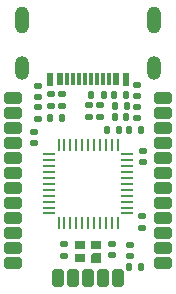
<source format=gbr>
%TF.GenerationSoftware,KiCad,Pcbnew,(6.0.8)*%
%TF.CreationDate,2022-11-05T21:02:43+01:00*%
%TF.ProjectId,epi,6570692e-6b69-4636-9164-5f7063625858,1_1*%
%TF.SameCoordinates,Original*%
%TF.FileFunction,Soldermask,Top*%
%TF.FilePolarity,Negative*%
%FSLAX46Y46*%
G04 Gerber Fmt 4.6, Leading zero omitted, Abs format (unit mm)*
G04 Created by KiCad (PCBNEW (6.0.8)) date 2022-11-05 21:02:43*
%MOMM*%
%LPD*%
G01*
G04 APERTURE LIST*
G04 Aperture macros list*
%AMRoundRect*
0 Rectangle with rounded corners*
0 $1 Rounding radius*
0 $2 $3 $4 $5 $6 $7 $8 $9 X,Y pos of 4 corners*
0 Add a 4 corners polygon primitive as box body*
4,1,4,$2,$3,$4,$5,$6,$7,$8,$9,$2,$3,0*
0 Add four circle primitives for the rounded corners*
1,1,$1+$1,$2,$3*
1,1,$1+$1,$4,$5*
1,1,$1+$1,$6,$7*
1,1,$1+$1,$8,$9*
0 Add four rect primitives between the rounded corners*
20,1,$1+$1,$2,$3,$4,$5,0*
20,1,$1+$1,$4,$5,$6,$7,0*
20,1,$1+$1,$6,$7,$8,$9,0*
20,1,$1+$1,$8,$9,$2,$3,0*%
%AMOutline5P*
0 Free polygon, 5 corners , with rotation*
0 The origin of the aperture is its center*
0 number of corners: always 5*
0 $1 to $10 corner X, Y*
0 $11 Rotation angle, in degrees counterclockwise*
0 create outline with 5 corners*
4,1,5,$1,$2,$3,$4,$5,$6,$7,$8,$9,$10,$1,$2,$11*%
%AMOutline6P*
0 Free polygon, 6 corners , with rotation*
0 The origin of the aperture is its center*
0 number of corners: always 6*
0 $1 to $12 corner X, Y*
0 $13 Rotation angle, in degrees counterclockwise*
0 create outline with 6 corners*
4,1,6,$1,$2,$3,$4,$5,$6,$7,$8,$9,$10,$11,$12,$1,$2,$13*%
%AMOutline7P*
0 Free polygon, 7 corners , with rotation*
0 The origin of the aperture is its center*
0 number of corners: always 7*
0 $1 to $14 corner X, Y*
0 $15 Rotation angle, in degrees counterclockwise*
0 create outline with 7 corners*
4,1,7,$1,$2,$3,$4,$5,$6,$7,$8,$9,$10,$11,$12,$13,$14,$1,$2,$15*%
%AMOutline8P*
0 Free polygon, 8 corners , with rotation*
0 The origin of the aperture is its center*
0 number of corners: always 8*
0 $1 to $16 corner X, Y*
0 $17 Rotation angle, in degrees counterclockwise*
0 create outline with 8 corners*
4,1,8,$1,$2,$3,$4,$5,$6,$7,$8,$9,$10,$11,$12,$13,$14,$15,$16,$1,$2,$17*%
G04 Aperture macros list end*
%ADD10RoundRect,0.250000X-0.250000X0.500000X-0.250000X-0.500000X0.250000X-0.500000X0.250000X0.500000X0*%
%ADD11RoundRect,0.140000X0.170000X-0.140000X0.170000X0.140000X-0.170000X0.140000X-0.170000X-0.140000X0*%
%ADD12RoundRect,0.135000X-0.185000X0.135000X-0.185000X-0.135000X0.185000X-0.135000X0.185000X0.135000X0*%
%ADD13RoundRect,0.135000X0.135000X0.185000X-0.135000X0.185000X-0.135000X-0.185000X0.135000X-0.185000X0*%
%ADD14RoundRect,0.140000X-0.140000X-0.170000X0.140000X-0.170000X0.140000X0.170000X-0.140000X0.170000X0*%
%ADD15RoundRect,0.062500X-0.475000X0.062500X-0.475000X-0.062500X0.475000X-0.062500X0.475000X0.062500X0*%
%ADD16RoundRect,0.062500X-0.062500X0.475000X-0.062500X-0.475000X0.062500X-0.475000X0.062500X0.475000X0*%
%ADD17RoundRect,0.147500X-0.172500X0.147500X-0.172500X-0.147500X0.172500X-0.147500X0.172500X0.147500X0*%
%ADD18RoundRect,0.135000X0.185000X-0.135000X0.185000X0.135000X-0.185000X0.135000X-0.185000X-0.135000X0*%
%ADD19RoundRect,0.147500X-0.147500X-0.172500X0.147500X-0.172500X0.147500X0.172500X-0.147500X0.172500X0*%
%ADD20RoundRect,0.140000X-0.170000X0.140000X-0.170000X-0.140000X0.170000X-0.140000X0.170000X0.140000X0*%
%ADD21RoundRect,0.250000X-0.500000X-0.250000X0.500000X-0.250000X0.500000X0.250000X-0.500000X0.250000X0*%
%ADD22R,0.900000X0.800000*%
%ADD23Outline5P,-0.450000X0.160000X-0.210000X0.400000X0.450000X0.400000X0.450000X-0.400000X-0.450000X-0.400000X0.000000*%
%ADD24O,1.200000X2.000000*%
%ADD25O,1.200000X2.300000*%
%ADD26R,0.607750X0.300000*%
%ADD27R,0.307750X1.000000*%
%ADD28R,0.615500X1.000000*%
%ADD29RoundRect,0.135000X-0.135000X-0.185000X0.135000X-0.185000X0.135000X0.185000X-0.135000X0.185000X0*%
G04 APERTURE END LIST*
D10*
%TO.C,J3*%
X106880000Y-74160000D03*
X105610000Y-74160000D03*
X104340000Y-74160000D03*
X103070000Y-74160000D03*
X101800000Y-74160000D03*
%TD*%
D11*
%TO.C,C8*%
X99740000Y-61756500D03*
X99740000Y-62716500D03*
%TD*%
D12*
%TO.C,RV1*%
X105340000Y-60546500D03*
X105340000Y-59526500D03*
%TD*%
D13*
%TO.C,R4*%
X104630000Y-58636500D03*
X105650000Y-58636500D03*
%TD*%
D14*
%TO.C,C1*%
X107560000Y-60536500D03*
X106600000Y-60536500D03*
%TD*%
D15*
%TO.C,U1*%
X107677500Y-63686500D03*
X107677500Y-64186500D03*
X107677500Y-64686500D03*
X107677500Y-65186500D03*
X107677500Y-65686500D03*
X107677500Y-66186500D03*
X107677500Y-66686500D03*
X107677500Y-67186500D03*
X107677500Y-67686500D03*
X107677500Y-68186500D03*
X107677500Y-68686500D03*
D16*
X106840000Y-69524000D03*
X106340000Y-69524000D03*
X105840000Y-69524000D03*
X105340000Y-69524000D03*
X104840000Y-69524000D03*
X104340000Y-69524000D03*
X103840000Y-69524000D03*
X103340000Y-69524000D03*
X102840000Y-69524000D03*
X102340000Y-69524000D03*
X101840000Y-69524000D03*
D15*
X101002500Y-68686500D03*
X101002500Y-68186500D03*
X101002500Y-67686500D03*
X101002500Y-67186500D03*
X101002500Y-66686500D03*
X101002500Y-66186500D03*
X101002500Y-65686500D03*
X101002500Y-65186500D03*
X101002500Y-64686500D03*
X101002500Y-64186500D03*
X101002500Y-63686500D03*
D16*
X101840000Y-62849000D03*
X102340000Y-62849000D03*
X102840000Y-62849000D03*
X103340000Y-62849000D03*
X103840000Y-62849000D03*
X104340000Y-62849000D03*
X104840000Y-62849000D03*
X105340000Y-62849000D03*
X105840000Y-62849000D03*
X106340000Y-62849000D03*
X106840000Y-62849000D03*
%TD*%
D17*
%TO.C,D2*%
X107890000Y-72289000D03*
X107890000Y-71319000D03*
%TD*%
D12*
%TO.C,R2*%
X104390000Y-60546500D03*
X104390000Y-59526500D03*
%TD*%
D13*
%TO.C,R6*%
X107830000Y-61586500D03*
X108850000Y-61586500D03*
%TD*%
D18*
%TO.C,R7*%
X108940000Y-68876500D03*
X108940000Y-69896500D03*
%TD*%
D12*
%TO.C,R1*%
X102115000Y-59596500D03*
X102115000Y-58576500D03*
%TD*%
D13*
%TO.C,FB1*%
X101130000Y-60636500D03*
X102150000Y-60636500D03*
%TD*%
D18*
%TO.C,RV2*%
X101165000Y-58576500D03*
X101165000Y-59596500D03*
%TD*%
D13*
%TO.C,R3*%
X106580000Y-59586500D03*
X107600000Y-59586500D03*
%TD*%
D19*
%TO.C,D1*%
X106925000Y-61586500D03*
X105955000Y-61586500D03*
%TD*%
D20*
%TO.C,C6*%
X106340000Y-72216500D03*
X106340000Y-71256500D03*
%TD*%
D21*
%TO.C,J1*%
X97990000Y-72890000D03*
X97990000Y-71620000D03*
X97990000Y-70350000D03*
X97990000Y-69080000D03*
X97990000Y-67810000D03*
X97990000Y-66540000D03*
X97990000Y-65270000D03*
X97990000Y-64000000D03*
X97990000Y-62730000D03*
X97990000Y-61460000D03*
X97990000Y-60190000D03*
X97990000Y-58920000D03*
%TD*%
D20*
%TO.C,C4*%
X108490000Y-60616500D03*
X108490000Y-59656500D03*
%TD*%
D22*
%TO.C,Y1*%
X105040000Y-71386500D03*
X103640000Y-72486500D03*
X103640000Y-71386500D03*
D23*
X105040000Y-72486500D03*
%TD*%
D11*
%TO.C,C2*%
X108990000Y-63356500D03*
X108990000Y-64316500D03*
%TD*%
D13*
%TO.C,R8*%
X107830000Y-73236500D03*
X108850000Y-73236500D03*
%TD*%
D24*
%TO.C,J4*%
X98740000Y-56341500D03*
D25*
X98740000Y-52341500D03*
D24*
X109940000Y-56341500D03*
D25*
X109940000Y-52341500D03*
D26*
X107540000Y-57741500D03*
X101140000Y-57741500D03*
D27*
X106090000Y-57341500D03*
X105090447Y-57341500D03*
X103590692Y-57342360D03*
X102587811Y-57341500D03*
D28*
X101940000Y-57341500D03*
D27*
X103090589Y-57341500D03*
X104091169Y-57342360D03*
X104589970Y-57341500D03*
X105590923Y-57341500D03*
D28*
X106740000Y-57341500D03*
X107540000Y-57341500D03*
X101140000Y-57341500D03*
%TD*%
D20*
%TO.C,C3*%
X100140000Y-58816500D03*
X100140000Y-57856500D03*
%TD*%
D11*
%TO.C,C5*%
X102340000Y-71306500D03*
X102340000Y-72266500D03*
%TD*%
D29*
%TO.C,R5*%
X107550000Y-58636500D03*
X106530000Y-58636500D03*
%TD*%
D11*
%TO.C,C7*%
X100140000Y-59706500D03*
X100140000Y-60666500D03*
%TD*%
D17*
%TO.C,F1*%
X108490000Y-58771500D03*
X108490000Y-57801500D03*
%TD*%
D21*
%TO.C,J2*%
X110690000Y-72890000D03*
X110690000Y-71620000D03*
X110690000Y-70350000D03*
X110690000Y-69080000D03*
X110690000Y-67810000D03*
X110690000Y-66540000D03*
X110690000Y-65270000D03*
X110690000Y-64000000D03*
X110690000Y-62730000D03*
X110690000Y-61460000D03*
X110690000Y-60190000D03*
X110690000Y-58920000D03*
%TD*%
M02*

</source>
